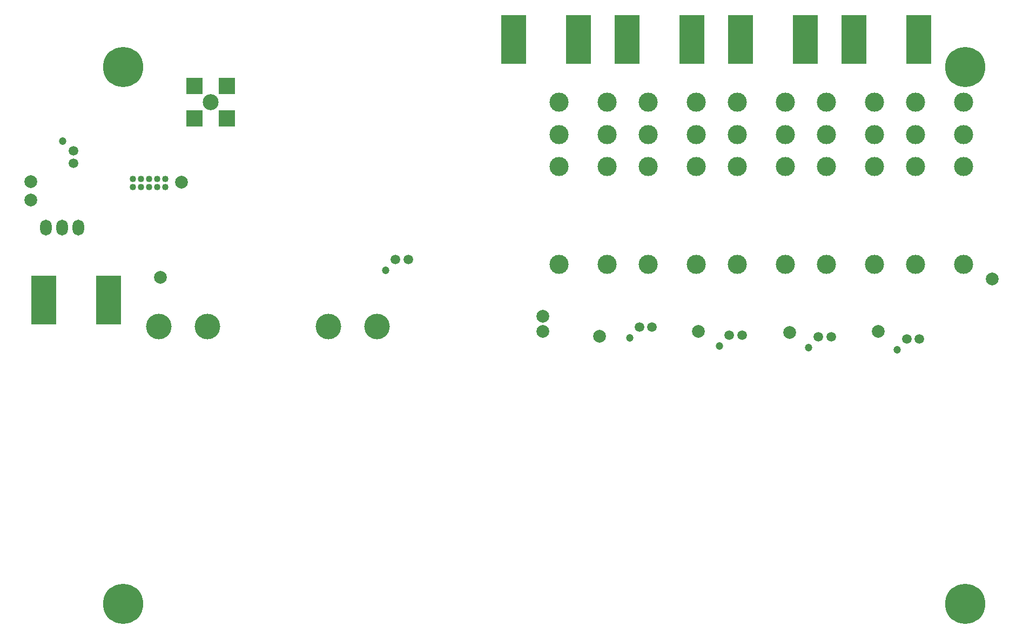
<source format=gbs>
G04 #@! TF.FileFunction,Soldermask,Bot*
%FSLAX46Y46*%
G04 Gerber Fmt 4.6, Leading zero omitted, Abs format (unit mm)*
G04 Created by KiCad (PCBNEW 0.201507280910+6003~25~ubuntu14.04.1-product) date Thu 20 Aug 2015 03:53:45 BST*
%MOMM*%
G01*
G04 APERTURE LIST*
%ADD10C,0.100000*%
%ADD11C,4.000000*%
%ADD12C,3.000000*%
%ADD13C,2.000000*%
%ADD14C,6.300000*%
%ADD15C,0.600000*%
%ADD16C,1.500000*%
%ADD17C,1.200000*%
%ADD18O,1.800000X2.500000*%
%ADD19C,1.016000*%
%ADD20C,2.500000*%
%ADD21R,2.500000X2.500000*%
%ADD22R,4.000000X2.540000*%
%ADD23R,4.000000X3.048000*%
G04 APERTURE END LIST*
D10*
D11*
X61468000Y-100330000D03*
X95678000Y-100330000D03*
X69088000Y-100330000D03*
X88068000Y-100330000D03*
D12*
X131746000Y-90558000D03*
X124246000Y-90558000D03*
X131746000Y-70258000D03*
X124246000Y-70258000D03*
X131746000Y-75298000D03*
X124246000Y-75298000D03*
X131746000Y-65218000D03*
X124246000Y-65218000D03*
X173656000Y-90558000D03*
X166156000Y-90558000D03*
X173656000Y-70258000D03*
X166156000Y-70258000D03*
X173656000Y-75298000D03*
X166156000Y-75298000D03*
X173656000Y-65218000D03*
X166156000Y-65218000D03*
X145716000Y-90558000D03*
X138216000Y-90558000D03*
X145716000Y-70258000D03*
X138216000Y-70258000D03*
X145716000Y-75298000D03*
X138216000Y-75298000D03*
X145716000Y-65218000D03*
X138216000Y-65218000D03*
X187626000Y-90558000D03*
X180126000Y-90558000D03*
X187626000Y-70258000D03*
X180126000Y-70258000D03*
X187626000Y-75298000D03*
X180126000Y-75298000D03*
X187626000Y-65218000D03*
X180126000Y-65218000D03*
X159686000Y-90558000D03*
X152186000Y-90558000D03*
X159686000Y-70258000D03*
X152186000Y-70258000D03*
X159686000Y-75298000D03*
X152186000Y-75298000D03*
X159686000Y-65218000D03*
X152186000Y-65218000D03*
D13*
X61722000Y-92583000D03*
X41402000Y-80518000D03*
X65024000Y-77724000D03*
X41402000Y-77597000D03*
X121666000Y-101092000D03*
X121666000Y-98679000D03*
X130556000Y-101854000D03*
X174244000Y-101092000D03*
X146050000Y-101092000D03*
X192151000Y-92837000D03*
X160401000Y-101219000D03*
D14*
X55905400Y-143725900D03*
D15*
X55905400Y-141225900D03*
X58405400Y-143725900D03*
X55905400Y-146225900D03*
X53405400Y-143725900D03*
X54105400Y-141925900D03*
X57705400Y-141925900D03*
X54105400Y-145525900D03*
X57705400Y-145525900D03*
D14*
X187921900Y-143725900D03*
D15*
X187921900Y-141225900D03*
X190421900Y-143725900D03*
X187921900Y-146225900D03*
X185421900Y-143725900D03*
X186121900Y-141925900D03*
X189721900Y-141925900D03*
X186121900Y-145525900D03*
X189721900Y-145525900D03*
D14*
X187921900Y-59715400D03*
D15*
X187921900Y-57215400D03*
X190421900Y-59715400D03*
X187921900Y-62215400D03*
X185421900Y-59715400D03*
X186121900Y-57915400D03*
X189721900Y-57915400D03*
X186121900Y-61515400D03*
X189721900Y-61515400D03*
D14*
X55918100Y-59715400D03*
D15*
X55918100Y-57215400D03*
X58418100Y-59715400D03*
X55918100Y-62215400D03*
X53418100Y-59715400D03*
X54118100Y-57915400D03*
X57718100Y-57915400D03*
X54118100Y-61515400D03*
X57718100Y-61515400D03*
D16*
X100568000Y-89827000D03*
X98568000Y-89827000D03*
D17*
X97068000Y-91527000D03*
D16*
X48095000Y-74787000D03*
X48095000Y-72787000D03*
D17*
X46395000Y-71287000D03*
D16*
X152892000Y-101638000D03*
X150892000Y-101638000D03*
D17*
X149392000Y-103338000D03*
D16*
X180705000Y-102273000D03*
X178705000Y-102273000D03*
D17*
X177205000Y-103973000D03*
D16*
X138795000Y-100368000D03*
X136795000Y-100368000D03*
D17*
X135295000Y-102068000D03*
D16*
X166862000Y-101892000D03*
X164862000Y-101892000D03*
D17*
X163362000Y-103592000D03*
D18*
X48895000Y-84836000D03*
X46355000Y-84836000D03*
X43815000Y-84836000D03*
D19*
X57404000Y-78486000D03*
X57404000Y-77216000D03*
X58674000Y-78486000D03*
X58674000Y-77216000D03*
X59944000Y-78486000D03*
X59944000Y-77216000D03*
X61214000Y-78486000D03*
X61214000Y-77216000D03*
X62484000Y-78486000D03*
X62484000Y-77216000D03*
D20*
X69596000Y-65151000D03*
D21*
X67056000Y-62611000D03*
X72136000Y-62611000D03*
X67056000Y-67691000D03*
X72136000Y-67691000D03*
D22*
X43434000Y-93599000D03*
D23*
X43434000Y-96139000D03*
D22*
X43434000Y-98679000D03*
X53594000Y-93599000D03*
D23*
X53594000Y-96139000D03*
D22*
X53594000Y-98679000D03*
X152654000Y-52832000D03*
D23*
X152654000Y-55372000D03*
D22*
X152654000Y-57912000D03*
X162814000Y-52832000D03*
D23*
X162814000Y-55372000D03*
D22*
X162814000Y-57912000D03*
X117094000Y-52832000D03*
D23*
X117094000Y-55372000D03*
D22*
X117094000Y-57912000D03*
X127254000Y-52832000D03*
D23*
X127254000Y-55372000D03*
D22*
X127254000Y-57912000D03*
X170434000Y-52832000D03*
D23*
X170434000Y-55372000D03*
D22*
X170434000Y-57912000D03*
X180594000Y-52832000D03*
D23*
X180594000Y-55372000D03*
D22*
X180594000Y-57912000D03*
X134874000Y-52832000D03*
D23*
X134874000Y-55372000D03*
D22*
X134874000Y-57912000D03*
X145034000Y-52832000D03*
D23*
X145034000Y-55372000D03*
D22*
X145034000Y-57912000D03*
M02*

</source>
